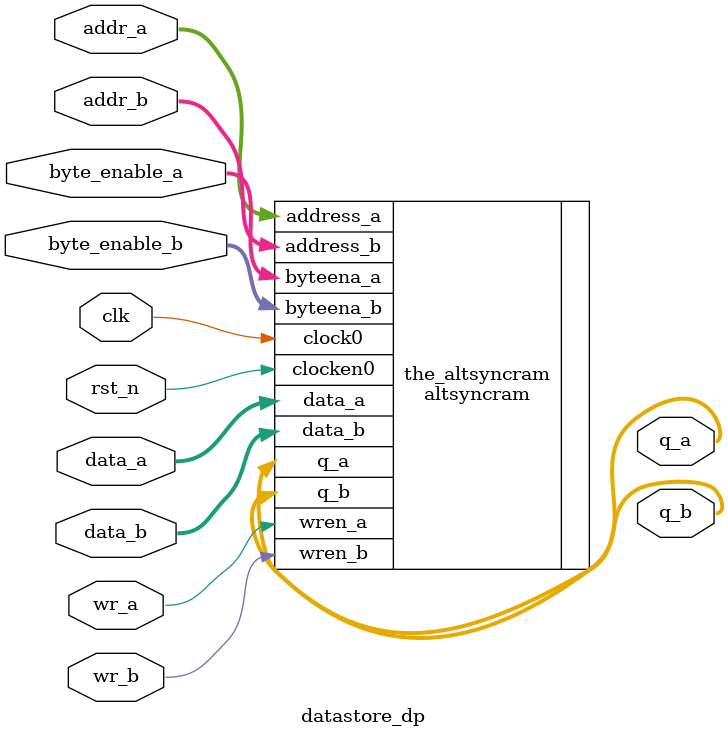
<source format=v>
module datastore_dp(
  addr_a,
  addr_b,
  data_a,
  data_b,
  byte_enable_a,
  byte_enable_b,
  wr_a,
  wr_b,
  clk,
  rst_n,
  q_a,
  q_b
);

parameter addr_width = 0;

input  wire [addr_width - 1:0] addr_a;
input  wire [addr_width - 1:0] addr_b;
input  wire [31:0]             data_a;
input  wire [31:0]             data_b;
input  wire [3:0]              byte_enable_a;
input  wire [3:0]              byte_enable_b;
input  wire                    wr_a;
input  wire                    wr_b;
input  wire                    clk;
input  wire                    rst_n;

output wire [31:0]             q_a;
output wire [31:0]             q_b;

altsyncram
  #(
    .byte_size(8),
    .widthad_a(addr_width),
    .width_a(32),
    .width_byteena_a(4),
    .lpm_type("altsyncram"),
    .operation_mode("BIDIR_DUAL_PORT"),
    .outdata_reg_a("UNREGISTERED"),
    .ram_block_type("AUTO"),
    .read_during_write_mode_mixed_ports("DONT_CARE")
  )
  the_altsyncram (
    .address_a (addr_a),
    .address_b (addr_b),
    .data_a (data_a),
    .data_b (data_b),
    .byteena_a (byte_enable_a),
    .byteena_b (byte_enable_b),
    .q_a (q_a),
    .q_b (q_b),
    .wren_a (wr_a),
    .wren_b (wr_b),
    .clock0 (clk),
    .clocken0 (rst_n)
);

endmodule

</source>
